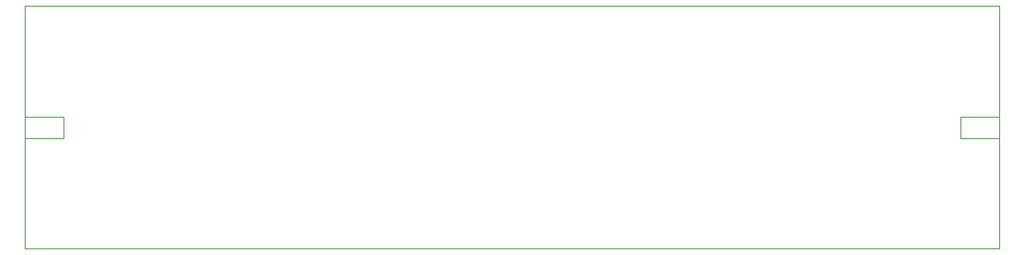
<source format=gbr>
%TF.GenerationSoftware,KiCad,Pcbnew,8.0.3*%
%TF.CreationDate,2025-02-15T08:02:21-06:00*%
%TF.ProjectId,KaptonMCPChevCurvedTruncated,4b617074-6f6e-44d4-9350-436865764375,rev?*%
%TF.SameCoordinates,Original*%
%TF.FileFunction,Profile,NP*%
%FSLAX46Y46*%
G04 Gerber Fmt 4.6, Leading zero omitted, Abs format (unit mm)*
G04 Created by KiCad (PCBNEW 8.0.3) date 2025-02-15 08:02:21*
%MOMM*%
%LPD*%
G01*
G04 APERTURE LIST*
%TA.AperFunction,Profile*%
%ADD10C,0.050000*%
%TD*%
G04 APERTURE END LIST*
D10*
X196000000Y-91400000D02*
X200000000Y-91400000D01*
X200000000Y-93600000D01*
X196000000Y-93600000D01*
X196000000Y-91400000D01*
X100000000Y-91400000D02*
X104000000Y-91400000D01*
X104000000Y-93600000D01*
X100000000Y-93600000D01*
X100000000Y-91400000D01*
X100000000Y-80000000D02*
X200000000Y-80000000D01*
X200000000Y-105000000D01*
X100000000Y-105000000D01*
X100000000Y-80000000D01*
M02*

</source>
